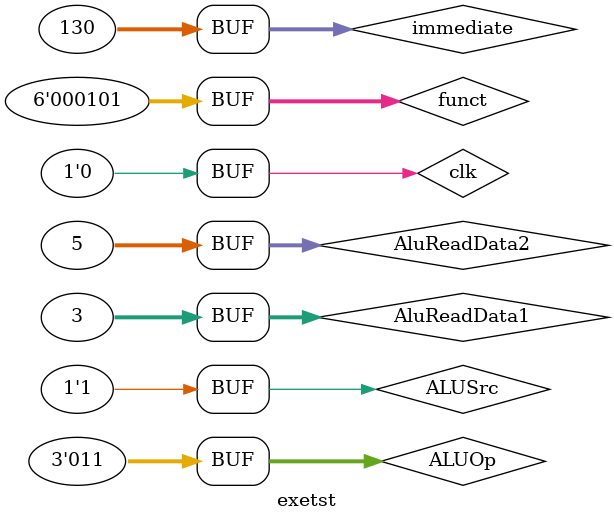
<source format=v>
`timescale 1ns / 1ps


module exetst;

	// Inputs
	reg clk;
	reg [31:0] AluReadData1;
	reg [31:0] AluReadData2;
	reg [31:0] immediate;
	reg [5:0] funct;
	reg [2:0] ALUOp;
	reg ALUSrc;

	// Outputs
	wire [31:0] ALUResult;
	wire zero;

	// Instantiate the Unit Under Test (UUT)
	execute uut (
		.clk(clk), 
		.AluReadData1(AluReadData1), 
		.AluReadData2(AluReadData2), 
		.immediate(immediate), 
		.funct(funct), 
		.ALUOp(ALUOp), 
		.ALUSrc(ALUSrc), 
		.ALUResult(ALUResult), 
		.zero(zero)
	);

	initial begin
		// Initialize Inputs
		clk = 0;
		AluReadData1 = 0;
		AluReadData2 = 0;
		immediate = 0;
		funct = 0;
		ALUOp = 0;
		ALUSrc = 0;

		// Wait 100 ns for global reset to finish
		#100;
		AluReadData1 = 3;
		AluReadData2 = 5;
		immediate = 2;
		immediate[10:6] = 2;
		
		#100;
		funct=1;
		#100;
		funct=4;
		#100;
		funct=5;
		#100;
		ALUSrc=1;
		ALUOp=3;
		
		
        
		// Add stimulus here

	end
      
endmodule


</source>
